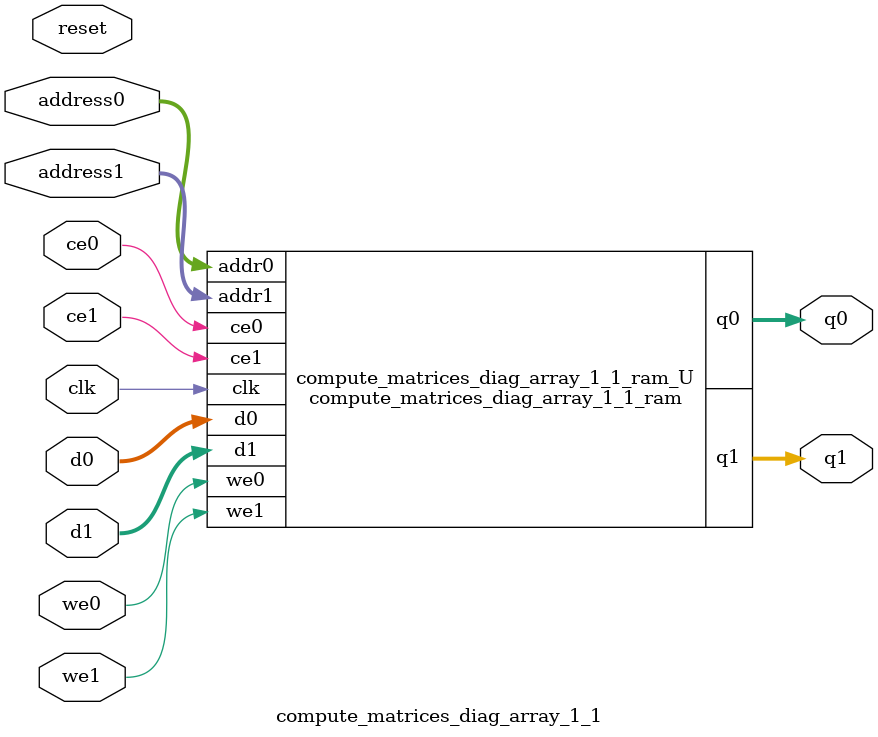
<source format=v>
`timescale 1 ns / 1 ps
module compute_matrices_diag_array_1_1_ram (addr0, ce0, d0, we0, q0, addr1, ce1, d1, we1, q1,  clk);

parameter DWIDTH = 16;
parameter AWIDTH = 2;
parameter MEM_SIZE = 4;

input[AWIDTH-1:0] addr0;
input ce0;
input[DWIDTH-1:0] d0;
input we0;
output reg[DWIDTH-1:0] q0;
input[AWIDTH-1:0] addr1;
input ce1;
input[DWIDTH-1:0] d1;
input we1;
output reg[DWIDTH-1:0] q1;
input clk;

(* ram_style = "block" *)reg [DWIDTH-1:0] ram[0:MEM_SIZE-1];




always @(posedge clk)  
begin 
    if (ce0) begin
        if (we0) 
            ram[addr0] <= d0; 
        q0 <= ram[addr0];
    end
end


always @(posedge clk)  
begin 
    if (ce1) begin
        if (we1) 
            ram[addr1] <= d1; 
        q1 <= ram[addr1];
    end
end


endmodule

`timescale 1 ns / 1 ps
module compute_matrices_diag_array_1_1(
    reset,
    clk,
    address0,
    ce0,
    we0,
    d0,
    q0,
    address1,
    ce1,
    we1,
    d1,
    q1);

parameter DataWidth = 32'd16;
parameter AddressRange = 32'd4;
parameter AddressWidth = 32'd2;
input reset;
input clk;
input[AddressWidth - 1:0] address0;
input ce0;
input we0;
input[DataWidth - 1:0] d0;
output[DataWidth - 1:0] q0;
input[AddressWidth - 1:0] address1;
input ce1;
input we1;
input[DataWidth - 1:0] d1;
output[DataWidth - 1:0] q1;



compute_matrices_diag_array_1_1_ram compute_matrices_diag_array_1_1_ram_U(
    .clk( clk ),
    .addr0( address0 ),
    .ce0( ce0 ),
    .we0( we0 ),
    .d0( d0 ),
    .q0( q0 ),
    .addr1( address1 ),
    .ce1( ce1 ),
    .we1( we1 ),
    .d1( d1 ),
    .q1( q1 ));

endmodule


</source>
